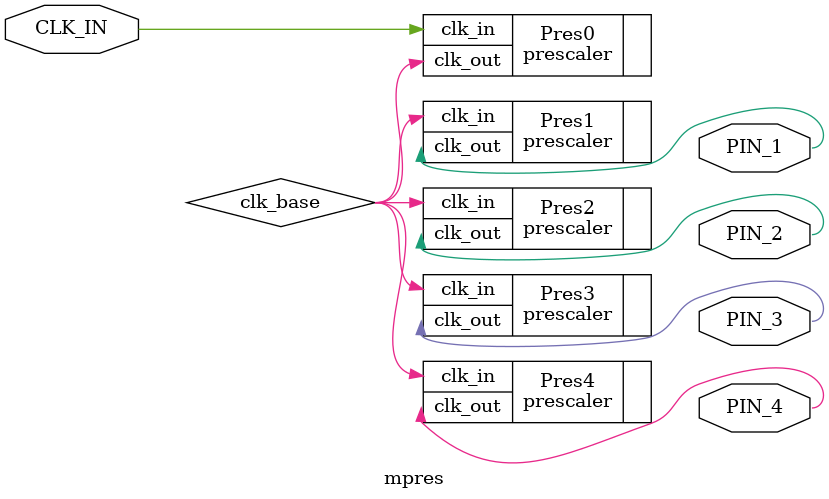
<source format=v>
module mpres(
   input CLK_IN,
   output PIN_1,
   output PIN_2,
   output PIN_3,
   output PIN_4
);

wire CLK_IN;
wire PIN_1;
wire PIN_2;
wire PIN_3;
wire PIN_4;

parameter N0 = 21;
parameter N1 = 1;
parameter N2 = 2;
parameter N3 = 1;
parameter N4 = 2;

wire clk_base;

prescaler #(.N(N0)) Pres0(
    .clk_in(CLK_IN),
    .clk_out(clk_base)
);

prescaler #(.N(N1)) Pres1(
    .clk_in(clk_base),
    .clk_out(PIN_1)
);

prescaler #(.N(N2)) Pres2(
    .clk_in(clk_base),
    .clk_out(PIN_2)
);

prescaler #(.N(N3)) Pres3(
    .clk_in(clk_base),
    .clk_out(PIN_3)
);

prescaler #(.N(N4)) Pres4(
    .clk_in(clk_base),
    .clk_out(PIN_4)
);

endmodule

</source>
